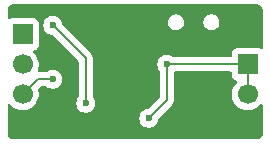
<source format=gbr>
%TF.GenerationSoftware,KiCad,Pcbnew,9.0.5*%
%TF.CreationDate,2025-11-16T03:13:01+01:00*%
%TF.ProjectId,LINBoard,4c494e42-6f61-4726-942e-6b696361645f,v1.0*%
%TF.SameCoordinates,Original*%
%TF.FileFunction,Copper,L2,Bot*%
%TF.FilePolarity,Positive*%
%FSLAX46Y46*%
G04 Gerber Fmt 4.6, Leading zero omitted, Abs format (unit mm)*
G04 Created by KiCad (PCBNEW 9.0.5) date 2025-11-16 03:13:01*
%MOMM*%
%LPD*%
G01*
G04 APERTURE LIST*
%TA.AperFunction,ComponentPad*%
%ADD10R,1.700000X1.700000*%
%TD*%
%TA.AperFunction,ComponentPad*%
%ADD11C,1.700000*%
%TD*%
%TA.AperFunction,ViaPad*%
%ADD12C,0.600000*%
%TD*%
%TA.AperFunction,Conductor*%
%ADD13C,0.200000*%
%TD*%
G04 APERTURE END LIST*
D10*
%TO.P,J1,1,Pin_1*%
%TO.N,Net-(J1-Pin_1)*%
X97790000Y-56642000D03*
D11*
%TO.P,J1,2,Pin_2*%
X97790000Y-59182000D03*
%TD*%
D10*
%TO.P,J2,1,Pin_1*%
%TO.N,+5V*%
X78740000Y-54102000D03*
D11*
%TO.P,J2,2,Pin_2*%
%TO.N,Net-(J2-Pin_2)*%
X78740000Y-56642000D03*
%TO.P,J2,3,Pin_3*%
%TO.N,Net-(J2-Pin_3)*%
X78740000Y-59182000D03*
%TO.P,J2,4,Pin_4*%
%TO.N,GNDREF*%
X78740000Y-61722000D03*
%TD*%
D12*
%TO.N,GNDREF*%
X96012000Y-61468000D03*
X89916000Y-62484000D03*
X86106000Y-55118000D03*
X86106000Y-58674000D03*
X91948000Y-59182000D03*
X84328000Y-55118000D03*
X93218000Y-52070000D03*
X98298000Y-52578000D03*
X98044000Y-62230000D03*
X86106000Y-62484000D03*
%TO.N,Net-(J1-Pin_1)*%
X89408000Y-61214000D03*
X90932000Y-56642000D03*
%TO.N,Net-(J2-Pin_3)*%
X81280000Y-57912000D03*
%TO.N,Net-(U1-EN)*%
X84074000Y-59944000D03*
X81280000Y-53340000D03*
%TD*%
D13*
%TO.N,Net-(J1-Pin_1)*%
X97790000Y-56642000D02*
X90932000Y-56642000D01*
X89408000Y-61214000D02*
X90932000Y-59690000D01*
X90932000Y-59690000D02*
X90932000Y-56642000D01*
X97790000Y-56642000D02*
X97790000Y-59182000D01*
%TO.N,Net-(J2-Pin_3)*%
X80010000Y-57912000D02*
X81280000Y-57912000D01*
X78740000Y-59182000D02*
X80010000Y-57912000D01*
%TO.N,Net-(U1-EN)*%
X84074000Y-56134000D02*
X84074000Y-59944000D01*
X81280000Y-53340000D02*
X84074000Y-56134000D01*
%TD*%
%TA.AperFunction,Conductor*%
%TO.N,GNDREF*%
G36*
X98574922Y-51555280D02*
G01*
X98665266Y-51565459D01*
X98692331Y-51571636D01*
X98771540Y-51599352D01*
X98796553Y-51611398D01*
X98867606Y-51656043D01*
X98889313Y-51673355D01*
X98948644Y-51732686D01*
X98965957Y-51754395D01*
X99010600Y-51825444D01*
X99022648Y-51850462D01*
X99050362Y-51929666D01*
X99056540Y-51956735D01*
X99066720Y-52047076D01*
X99067500Y-52060961D01*
X99067500Y-55240322D01*
X99047815Y-55307361D01*
X98995011Y-55353116D01*
X98925853Y-55363060D01*
X98884078Y-55349157D01*
X98882333Y-55348204D01*
X98747482Y-55297908D01*
X98747483Y-55297908D01*
X98687883Y-55291501D01*
X98687881Y-55291500D01*
X98687873Y-55291500D01*
X98687864Y-55291500D01*
X96892129Y-55291500D01*
X96892123Y-55291501D01*
X96832516Y-55297908D01*
X96697671Y-55348202D01*
X96697664Y-55348206D01*
X96582455Y-55434452D01*
X96582452Y-55434455D01*
X96496206Y-55549664D01*
X96496202Y-55549671D01*
X96445908Y-55684517D01*
X96439501Y-55744116D01*
X96439500Y-55744135D01*
X96439500Y-55917500D01*
X96419815Y-55984539D01*
X96367011Y-56030294D01*
X96315500Y-56041500D01*
X91511766Y-56041500D01*
X91444727Y-56021815D01*
X91442875Y-56020602D01*
X91311185Y-55932609D01*
X91311172Y-55932602D01*
X91165501Y-55872264D01*
X91165489Y-55872261D01*
X91010845Y-55841500D01*
X91010842Y-55841500D01*
X90853158Y-55841500D01*
X90853155Y-55841500D01*
X90698510Y-55872261D01*
X90698498Y-55872264D01*
X90552827Y-55932602D01*
X90552814Y-55932609D01*
X90421711Y-56020210D01*
X90421707Y-56020213D01*
X90310213Y-56131707D01*
X90310210Y-56131711D01*
X90222609Y-56262814D01*
X90222602Y-56262827D01*
X90162264Y-56408498D01*
X90162261Y-56408510D01*
X90131500Y-56563153D01*
X90131500Y-56720846D01*
X90162261Y-56875489D01*
X90162264Y-56875501D01*
X90222602Y-57021172D01*
X90222609Y-57021185D01*
X90301595Y-57139395D01*
X90303510Y-57142261D01*
X90310602Y-57152874D01*
X90331480Y-57219551D01*
X90331500Y-57221765D01*
X90331500Y-59389903D01*
X90311815Y-59456942D01*
X90295181Y-59477584D01*
X89393339Y-60379425D01*
X89332016Y-60412910D01*
X89329850Y-60413361D01*
X89174508Y-60444261D01*
X89174498Y-60444264D01*
X89028827Y-60504602D01*
X89028814Y-60504609D01*
X88897711Y-60592210D01*
X88897707Y-60592213D01*
X88786213Y-60703707D01*
X88786210Y-60703711D01*
X88698609Y-60834814D01*
X88698602Y-60834827D01*
X88638264Y-60980498D01*
X88638261Y-60980510D01*
X88607500Y-61135153D01*
X88607500Y-61292846D01*
X88638261Y-61447489D01*
X88638264Y-61447501D01*
X88698602Y-61593172D01*
X88698609Y-61593185D01*
X88786210Y-61724288D01*
X88786213Y-61724292D01*
X88897707Y-61835786D01*
X88897711Y-61835789D01*
X89028814Y-61923390D01*
X89028827Y-61923397D01*
X89174498Y-61983735D01*
X89174503Y-61983737D01*
X89329153Y-62014499D01*
X89329156Y-62014500D01*
X89329158Y-62014500D01*
X89486844Y-62014500D01*
X89486845Y-62014499D01*
X89641497Y-61983737D01*
X89787179Y-61923394D01*
X89918289Y-61835789D01*
X90029789Y-61724289D01*
X90117394Y-61593179D01*
X90177737Y-61447497D01*
X90197113Y-61350085D01*
X90208638Y-61292150D01*
X90241023Y-61230239D01*
X90242520Y-61228714D01*
X91290506Y-60180727D01*
X91290511Y-60180724D01*
X91300714Y-60170520D01*
X91300716Y-60170520D01*
X91412520Y-60058716D01*
X91491577Y-59921784D01*
X91532500Y-59769057D01*
X91532500Y-57366500D01*
X91552185Y-57299461D01*
X91604989Y-57253706D01*
X91656500Y-57242500D01*
X96315501Y-57242500D01*
X96382540Y-57262185D01*
X96428295Y-57314989D01*
X96439501Y-57366500D01*
X96439501Y-57539876D01*
X96445908Y-57599483D01*
X96496202Y-57734328D01*
X96496206Y-57734335D01*
X96582452Y-57849544D01*
X96582455Y-57849547D01*
X96697664Y-57935793D01*
X96697671Y-57935797D01*
X96829082Y-57984810D01*
X96885016Y-58026681D01*
X96909433Y-58092145D01*
X96894582Y-58160418D01*
X96873431Y-58188673D01*
X96759889Y-58302215D01*
X96634951Y-58474179D01*
X96538444Y-58663585D01*
X96472753Y-58865760D01*
X96439500Y-59075713D01*
X96439500Y-59288286D01*
X96466212Y-59456942D01*
X96472754Y-59498243D01*
X96494384Y-59564814D01*
X96538444Y-59700414D01*
X96634951Y-59889820D01*
X96759890Y-60061786D01*
X96910213Y-60212109D01*
X97082179Y-60337048D01*
X97082181Y-60337049D01*
X97082184Y-60337051D01*
X97271588Y-60433557D01*
X97473757Y-60499246D01*
X97683713Y-60532500D01*
X97683714Y-60532500D01*
X97896286Y-60532500D01*
X97896287Y-60532500D01*
X98106243Y-60499246D01*
X98308412Y-60433557D01*
X98497816Y-60337051D01*
X98519789Y-60321086D01*
X98669786Y-60212109D01*
X98669788Y-60212106D01*
X98669792Y-60212104D01*
X98820104Y-60061792D01*
X98843181Y-60030028D01*
X98898510Y-59987363D01*
X98968123Y-59981382D01*
X99029919Y-60013987D01*
X99064277Y-60074825D01*
X99067500Y-60102913D01*
X99067500Y-62493038D01*
X99066720Y-62506922D01*
X99066720Y-62506923D01*
X99056540Y-62597264D01*
X99050362Y-62624333D01*
X99022648Y-62703537D01*
X99010600Y-62728555D01*
X98965957Y-62799604D01*
X98948644Y-62821313D01*
X98889313Y-62880644D01*
X98867604Y-62897957D01*
X98796555Y-62942600D01*
X98771537Y-62954648D01*
X98692333Y-62982362D01*
X98665264Y-62988540D01*
X98585075Y-62997576D01*
X98574921Y-62998720D01*
X98561038Y-62999500D01*
X77968962Y-62999500D01*
X77955078Y-62998720D01*
X77942553Y-62997308D01*
X77864735Y-62988540D01*
X77837666Y-62982362D01*
X77758462Y-62954648D01*
X77733444Y-62942600D01*
X77662395Y-62897957D01*
X77640686Y-62880644D01*
X77581355Y-62821313D01*
X77564042Y-62799604D01*
X77519399Y-62728555D01*
X77507351Y-62703537D01*
X77479637Y-62624333D01*
X77473459Y-62597263D01*
X77463280Y-62506922D01*
X77462500Y-62493038D01*
X77462500Y-60102913D01*
X77482185Y-60035874D01*
X77534989Y-59990119D01*
X77604147Y-59980175D01*
X77667703Y-60009200D01*
X77686819Y-60030029D01*
X77709892Y-60061788D01*
X77860213Y-60212109D01*
X78032179Y-60337048D01*
X78032181Y-60337049D01*
X78032184Y-60337051D01*
X78221588Y-60433557D01*
X78423757Y-60499246D01*
X78633713Y-60532500D01*
X78633714Y-60532500D01*
X78846286Y-60532500D01*
X78846287Y-60532500D01*
X79056243Y-60499246D01*
X79258412Y-60433557D01*
X79447816Y-60337051D01*
X79469789Y-60321086D01*
X79619786Y-60212109D01*
X79619788Y-60212106D01*
X79619792Y-60212104D01*
X79770104Y-60061792D01*
X79770106Y-60061788D01*
X79770109Y-60061786D01*
X79895048Y-59889820D01*
X79895047Y-59889820D01*
X79895051Y-59889816D01*
X79991557Y-59700412D01*
X80057246Y-59498243D01*
X80090500Y-59288287D01*
X80090500Y-59075713D01*
X80057246Y-58865757D01*
X80043506Y-58823473D01*
X80043072Y-58808261D01*
X80037754Y-58794002D01*
X80042095Y-58774046D01*
X80041512Y-58753635D01*
X80049599Y-58739549D01*
X80052606Y-58725729D01*
X80073750Y-58697483D01*
X80222417Y-58548816D01*
X80283740Y-58515334D01*
X80310097Y-58512500D01*
X80700234Y-58512500D01*
X80767273Y-58532185D01*
X80769125Y-58533398D01*
X80900814Y-58621390D01*
X80900827Y-58621397D01*
X81002687Y-58663588D01*
X81046503Y-58681737D01*
X81201153Y-58712499D01*
X81201156Y-58712500D01*
X81201158Y-58712500D01*
X81358844Y-58712500D01*
X81358845Y-58712499D01*
X81513497Y-58681737D01*
X81659179Y-58621394D01*
X81790289Y-58533789D01*
X81901789Y-58422289D01*
X81989394Y-58291179D01*
X82049737Y-58145497D01*
X82080500Y-57990842D01*
X82080500Y-57833158D01*
X82080500Y-57833155D01*
X82080499Y-57833153D01*
X82065172Y-57756099D01*
X82049737Y-57678503D01*
X82047089Y-57672109D01*
X81989397Y-57532827D01*
X81989390Y-57532814D01*
X81901789Y-57401711D01*
X81901786Y-57401707D01*
X81790292Y-57290213D01*
X81790288Y-57290210D01*
X81659185Y-57202609D01*
X81659172Y-57202602D01*
X81513501Y-57142264D01*
X81513489Y-57142261D01*
X81358845Y-57111500D01*
X81358842Y-57111500D01*
X81201158Y-57111500D01*
X81201155Y-57111500D01*
X81046510Y-57142261D01*
X81046498Y-57142264D01*
X80900827Y-57202602D01*
X80900814Y-57202609D01*
X80769125Y-57290602D01*
X80702447Y-57311480D01*
X80700234Y-57311500D01*
X80113137Y-57311500D01*
X80046098Y-57291815D01*
X80000343Y-57239011D01*
X79990399Y-57169853D01*
X79995206Y-57149182D01*
X80002733Y-57126015D01*
X80057246Y-56958243D01*
X80090500Y-56748287D01*
X80090500Y-56535713D01*
X80057246Y-56325757D01*
X79991557Y-56123588D01*
X79895051Y-55934184D01*
X79895049Y-55934181D01*
X79895048Y-55934179D01*
X79770109Y-55762213D01*
X79656569Y-55648673D01*
X79623084Y-55587350D01*
X79628068Y-55517658D01*
X79669940Y-55461725D01*
X79700915Y-55444810D01*
X79832331Y-55395796D01*
X79947546Y-55309546D01*
X80033796Y-55194331D01*
X80084091Y-55059483D01*
X80090500Y-54999873D01*
X80090499Y-53261153D01*
X80479500Y-53261153D01*
X80479500Y-53418846D01*
X80510261Y-53573489D01*
X80510264Y-53573501D01*
X80570602Y-53719172D01*
X80570609Y-53719185D01*
X80658210Y-53850288D01*
X80658213Y-53850292D01*
X80769707Y-53961786D01*
X80769711Y-53961789D01*
X80900814Y-54049390D01*
X80900827Y-54049397D01*
X81046498Y-54109735D01*
X81046503Y-54109737D01*
X81111147Y-54122595D01*
X81201849Y-54140638D01*
X81263760Y-54173023D01*
X81265339Y-54174574D01*
X83437181Y-56346416D01*
X83470666Y-56407739D01*
X83473500Y-56434097D01*
X83473500Y-59364234D01*
X83453815Y-59431273D01*
X83452602Y-59433125D01*
X83364609Y-59564814D01*
X83364602Y-59564827D01*
X83304264Y-59710498D01*
X83304261Y-59710510D01*
X83273500Y-59865153D01*
X83273500Y-60022846D01*
X83304261Y-60177489D01*
X83304264Y-60177501D01*
X83364602Y-60323172D01*
X83364609Y-60323185D01*
X83452210Y-60454288D01*
X83452213Y-60454292D01*
X83563707Y-60565786D01*
X83563711Y-60565789D01*
X83694814Y-60653390D01*
X83694827Y-60653397D01*
X83816288Y-60703707D01*
X83840503Y-60713737D01*
X83995153Y-60744499D01*
X83995156Y-60744500D01*
X83995158Y-60744500D01*
X84152844Y-60744500D01*
X84152845Y-60744499D01*
X84307497Y-60713737D01*
X84453179Y-60653394D01*
X84584289Y-60565789D01*
X84695789Y-60454289D01*
X84783394Y-60323179D01*
X84843737Y-60177497D01*
X84874500Y-60022842D01*
X84874500Y-59865158D01*
X84874500Y-59865155D01*
X84874499Y-59865153D01*
X84843738Y-59710510D01*
X84843737Y-59710503D01*
X84806485Y-59620568D01*
X84783397Y-59564827D01*
X84783390Y-59564814D01*
X84695398Y-59433125D01*
X84674520Y-59366447D01*
X84674500Y-59364234D01*
X84674500Y-56223060D01*
X84674501Y-56223047D01*
X84674501Y-56054944D01*
X84642143Y-55934184D01*
X84633577Y-55902216D01*
X84633573Y-55902209D01*
X84554524Y-55765290D01*
X84554518Y-55765282D01*
X82114573Y-53325337D01*
X82106365Y-53310898D01*
X82095514Y-53300764D01*
X82085059Y-53273417D01*
X82082058Y-53268136D01*
X82080500Y-53261992D01*
X82080500Y-53261158D01*
X82058893Y-53152533D01*
X91042499Y-53152533D01*
X91068458Y-53283030D01*
X91068461Y-53283040D01*
X91119376Y-53405961D01*
X91119386Y-53405979D01*
X91193301Y-53516601D01*
X91193307Y-53516609D01*
X91287390Y-53610692D01*
X91287398Y-53610698D01*
X91398020Y-53684613D01*
X91398023Y-53684614D01*
X91398031Y-53684620D01*
X91398037Y-53684622D01*
X91398038Y-53684623D01*
X91481479Y-53719185D01*
X91520964Y-53735540D01*
X91520968Y-53735540D01*
X91520969Y-53735541D01*
X91651466Y-53761500D01*
X91651469Y-53761500D01*
X91784533Y-53761500D01*
X91872325Y-53744035D01*
X91915036Y-53735540D01*
X92037969Y-53684620D01*
X92148606Y-53610695D01*
X92242695Y-53516606D01*
X92316620Y-53405969D01*
X92367540Y-53283036D01*
X92383236Y-53204129D01*
X92393500Y-53152533D01*
X94042499Y-53152533D01*
X94068458Y-53283030D01*
X94068461Y-53283040D01*
X94119376Y-53405961D01*
X94119386Y-53405979D01*
X94193301Y-53516601D01*
X94193307Y-53516609D01*
X94287390Y-53610692D01*
X94287398Y-53610698D01*
X94398020Y-53684613D01*
X94398023Y-53684614D01*
X94398031Y-53684620D01*
X94398037Y-53684622D01*
X94398038Y-53684623D01*
X94481479Y-53719185D01*
X94520964Y-53735540D01*
X94520968Y-53735540D01*
X94520969Y-53735541D01*
X94651466Y-53761500D01*
X94651469Y-53761500D01*
X94784533Y-53761500D01*
X94872325Y-53744035D01*
X94915036Y-53735540D01*
X95037969Y-53684620D01*
X95148606Y-53610695D01*
X95242695Y-53516606D01*
X95316620Y-53405969D01*
X95367540Y-53283036D01*
X95383236Y-53204129D01*
X95393500Y-53152533D01*
X95393500Y-53019466D01*
X95367541Y-52888969D01*
X95367540Y-52888968D01*
X95367540Y-52888964D01*
X95334089Y-52808206D01*
X95316623Y-52766038D01*
X95316622Y-52766037D01*
X95316620Y-52766031D01*
X95311192Y-52757908D01*
X95242698Y-52655398D01*
X95242692Y-52655390D01*
X95148609Y-52561307D01*
X95148601Y-52561301D01*
X95037979Y-52487386D01*
X95037972Y-52487382D01*
X95037969Y-52487380D01*
X95037965Y-52487378D01*
X95037961Y-52487376D01*
X94915040Y-52436461D01*
X94915030Y-52436458D01*
X94784533Y-52410500D01*
X94784531Y-52410500D01*
X94651469Y-52410500D01*
X94651467Y-52410500D01*
X94520969Y-52436458D01*
X94520959Y-52436461D01*
X94398038Y-52487376D01*
X94398020Y-52487386D01*
X94287398Y-52561301D01*
X94287390Y-52561307D01*
X94193307Y-52655390D01*
X94193301Y-52655398D01*
X94119386Y-52766020D01*
X94119376Y-52766038D01*
X94068461Y-52888959D01*
X94068458Y-52888969D01*
X94042500Y-53019466D01*
X94042500Y-53019469D01*
X94042500Y-53152531D01*
X94042500Y-53152533D01*
X94042499Y-53152533D01*
X92393500Y-53152533D01*
X92393500Y-53019466D01*
X92367541Y-52888969D01*
X92367540Y-52888968D01*
X92367540Y-52888964D01*
X92334089Y-52808206D01*
X92316623Y-52766038D01*
X92316622Y-52766037D01*
X92316620Y-52766031D01*
X92311192Y-52757908D01*
X92242698Y-52655398D01*
X92242692Y-52655390D01*
X92148609Y-52561307D01*
X92148601Y-52561301D01*
X92037979Y-52487386D01*
X92037972Y-52487382D01*
X92037969Y-52487380D01*
X92037965Y-52487378D01*
X92037961Y-52487376D01*
X91915040Y-52436461D01*
X91915030Y-52436458D01*
X91784533Y-52410500D01*
X91784531Y-52410500D01*
X91651469Y-52410500D01*
X91651467Y-52410500D01*
X91520969Y-52436458D01*
X91520959Y-52436461D01*
X91398038Y-52487376D01*
X91398020Y-52487386D01*
X91287398Y-52561301D01*
X91287390Y-52561307D01*
X91193307Y-52655390D01*
X91193301Y-52655398D01*
X91119386Y-52766020D01*
X91119376Y-52766038D01*
X91068461Y-52888959D01*
X91068458Y-52888969D01*
X91042500Y-53019466D01*
X91042500Y-53019469D01*
X91042500Y-53152531D01*
X91042500Y-53152533D01*
X91042499Y-53152533D01*
X82058893Y-53152533D01*
X82049737Y-53106503D01*
X82027386Y-53052544D01*
X82027386Y-53052541D01*
X81989397Y-52960827D01*
X81989390Y-52960814D01*
X81901789Y-52829711D01*
X81901786Y-52829707D01*
X81790292Y-52718213D01*
X81790288Y-52718210D01*
X81659185Y-52630609D01*
X81659172Y-52630602D01*
X81513501Y-52570264D01*
X81513489Y-52570261D01*
X81358845Y-52539500D01*
X81358842Y-52539500D01*
X81201158Y-52539500D01*
X81201155Y-52539500D01*
X81046510Y-52570261D01*
X81046498Y-52570264D01*
X80900827Y-52630602D01*
X80900814Y-52630609D01*
X80769711Y-52718210D01*
X80769707Y-52718213D01*
X80658213Y-52829707D01*
X80658210Y-52829711D01*
X80570609Y-52960814D01*
X80570602Y-52960827D01*
X80510264Y-53106498D01*
X80510261Y-53106510D01*
X80479500Y-53261153D01*
X80090499Y-53261153D01*
X80090499Y-53204128D01*
X80084953Y-53152533D01*
X80084091Y-53144516D01*
X80033797Y-53009671D01*
X80033793Y-53009664D01*
X79947547Y-52894455D01*
X79947544Y-52894452D01*
X79832335Y-52808206D01*
X79832328Y-52808202D01*
X79697482Y-52757908D01*
X79697483Y-52757908D01*
X79637883Y-52751501D01*
X79637881Y-52751500D01*
X79637873Y-52751500D01*
X79637864Y-52751500D01*
X77842129Y-52751500D01*
X77842123Y-52751501D01*
X77782516Y-52757908D01*
X77647666Y-52808204D01*
X77645922Y-52809157D01*
X77643980Y-52809579D01*
X77639359Y-52811303D01*
X77639111Y-52810638D01*
X77577648Y-52824006D01*
X77512185Y-52799586D01*
X77470316Y-52743650D01*
X77462500Y-52700322D01*
X77462500Y-52060961D01*
X77463280Y-52047077D01*
X77463280Y-52047076D01*
X77473460Y-51956729D01*
X77479635Y-51929670D01*
X77507353Y-51850456D01*
X77519396Y-51825450D01*
X77564046Y-51754389D01*
X77581351Y-51732690D01*
X77640690Y-51673351D01*
X77662389Y-51656046D01*
X77733450Y-51611396D01*
X77758456Y-51599353D01*
X77837670Y-51571635D01*
X77864733Y-51565459D01*
X77927419Y-51558396D01*
X77955079Y-51555280D01*
X77968962Y-51554500D01*
X78027892Y-51554500D01*
X98502108Y-51554500D01*
X98561038Y-51554500D01*
X98574922Y-51555280D01*
G37*
%TD.AperFunction*%
%TD*%
M02*

</source>
